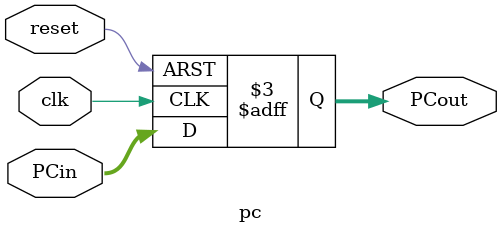
<source format=v>
module pc(PCin, clk, reset,PCout);
input [7:0] PCin;
input clk, reset;
output reg [7:0]PCout;
always @(posedge clk, negedge reset )
begin //if reset == 0, make PC = 0
if(reset == 0)
PCout <=0;
else //incerement PC by 4
PCout <= PCin;
end
endmodule

</source>
